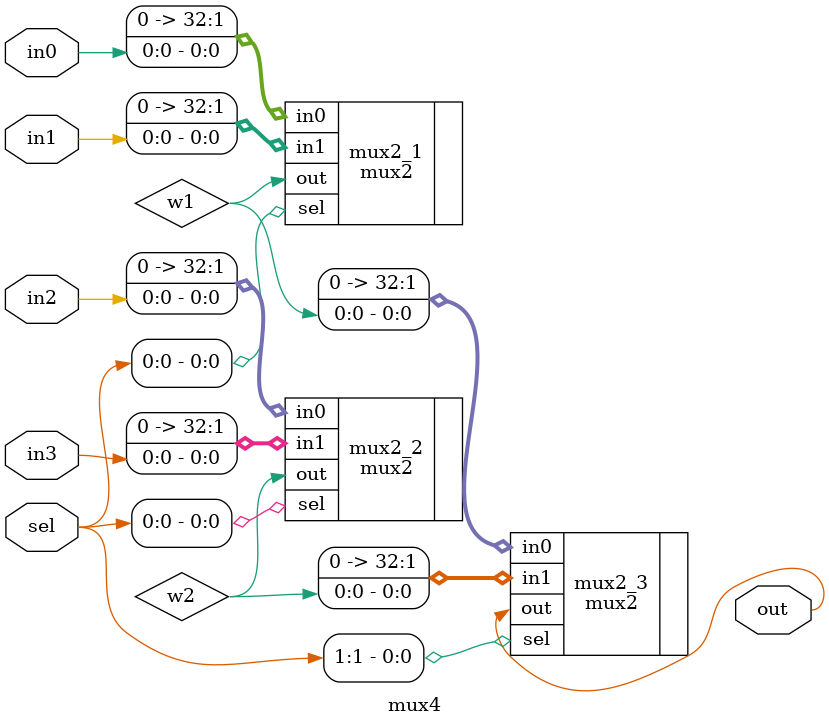
<source format=v>
module mux4(
    input in0,
    input in1,
    input in2,
    input in3,
    input [1:0] sel,
    output out
    );
    wire w1, w2;
    mux2 mux2_1(.in0({0,in0}), .in1({0,in1}), .sel(sel[0]), .out(w1));
    mux2 mux2_2(.in0({0,in2}), .in1({0,in3}), .sel(sel[0]), .out(w2));
    mux2 mux2_3(.in0({0,w1}), .in1({0,w2}), .sel(sel[1]), .out(out));
    
endmodule
</source>
